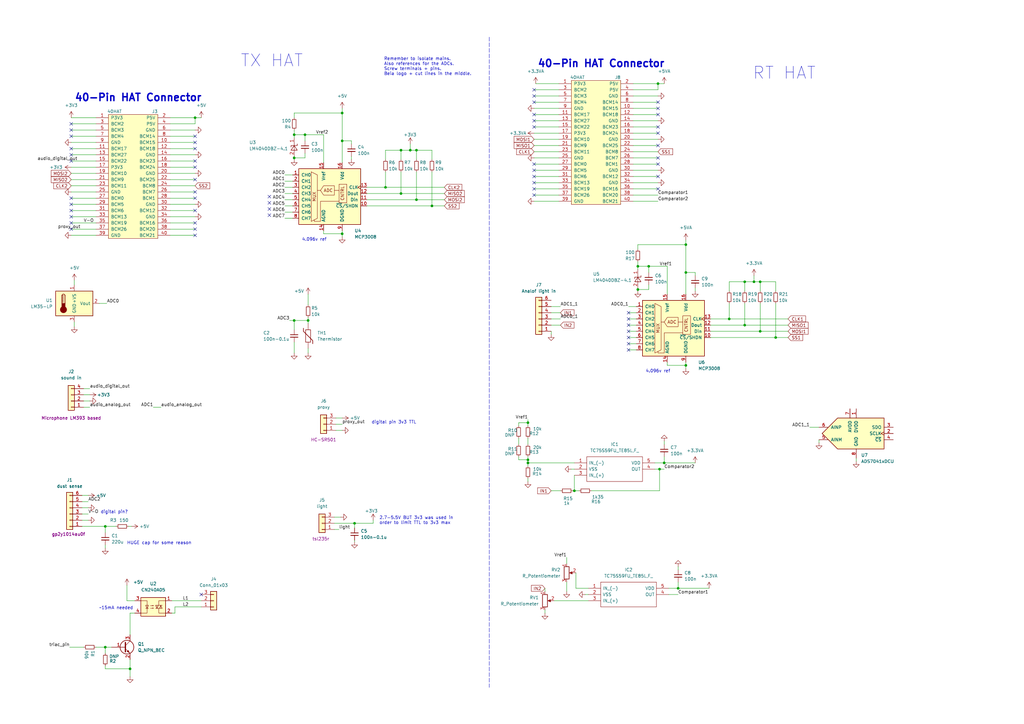
<source format=kicad_sch>
(kicad_sch (version 20211123) (generator eeschema)
  (paper "A3")
  (title_block (title "Raspberry Pi HAT") (rev "A"))
  (junction (at 140.335 46.355))
  (junction (at 261.62 109.22))
  (junction (at 164.465 61.595))
  (junction (at 53.34 274.32))
  (junction (at 140.335 95.885))
  (junction (at 270.51 192.405))
  (junction (at 305.435 115.57))
  (junction (at 216.535 189.865))
  (junction (at 120.65 64.77))
  (junction (at 120.65 131.445))
  (junction (at 318.135 138.43))
  (junction (at 305.435 133.35))
  (junction (at 266.065 109.22))
  (junction (at 299.085 130.81))
  (junction (at 170.815 61.595))
  (junction (at 216.535 173.355))
  (junction (at 281.305 111.76))
  (junction (at 269.875 34.29))
  (junction (at 140.335 57.785))
  (junction (at 278.13 241.3))
  (junction (at 43.18 215.9))
  (junction (at 272.415 189.865))
  (junction (at 126.365 131.445))
  (junction (at 177.165 84.455))
  (junction (at 80.01 48.26))
  (junction (at 235.585 201.295))
  (junction (at 281.305 100.33))
  (junction (at 168.275 61.595))
  (junction (at 120.65 55.245))
  (junction (at 216.535 188.595))
  (junction (at 145.415 214.63))
  (junction (at 311.785 135.89))
  (junction (at 158.115 76.835))
  (junction (at 43.18 265.43))
  (junction (at 164.465 79.375))
  (junction (at 281.305 149.86))
  (junction (at 125.095 55.245))
  (junction (at 311.785 115.57))
  (junction (at 309.245 115.57))
  (junction (at 170.815 81.915))
  (junction (at 261.62 118.745))
  (no_connect (at 219.075 80.01))
  (no_connect (at 29.21 50.8))
  (no_connect (at 269.875 64.77))
  (no_connect (at 219.075 39.37))
  (no_connect (at 219.075 49.53))
  (no_connect (at 29.21 55.88))
  (no_connect (at 269.875 72.39))
  (no_connect (at 269.875 77.47))
  (no_connect (at 80.01 86.36))
  (no_connect (at 269.875 41.91))
  (no_connect (at 29.21 91.44))
  (no_connect (at 110.49 80.645))
  (no_connect (at 110.49 83.185))
  (no_connect (at 110.49 88.265))
  (no_connect (at 110.49 85.725))
  (no_connect (at 219.075 72.39))
  (no_connect (at 82.55 243.84))
  (no_connect (at 29.21 88.9))
  (no_connect (at 80.01 66.04))
  (no_connect (at 257.81 128.27))
  (no_connect (at 219.075 67.31))
  (no_connect (at 219.075 69.85))
  (no_connect (at 80.01 55.88))
  (no_connect (at 269.875 59.69))
  (no_connect (at 269.875 46.99))
  (no_connect (at 219.075 77.47))
  (no_connect (at 29.21 66.04))
  (no_connect (at 257.81 140.97))
  (no_connect (at 80.01 60.96))
  (no_connect (at 219.075 46.99))
  (no_connect (at 29.21 60.96))
  (no_connect (at 257.81 130.81))
  (no_connect (at 269.875 44.45))
  (no_connect (at 80.01 58.42))
  (no_connect (at 80.01 81.28))
  (no_connect (at 257.81 138.43))
  (no_connect (at 80.01 73.66))
  (no_connect (at 219.075 41.91))
  (no_connect (at 29.21 86.36))
  (no_connect (at 29.21 63.5))
  (no_connect (at 29.21 93.98))
  (no_connect (at 269.875 54.61))
  (no_connect (at 269.875 67.31))
  (no_connect (at 269.875 52.07))
  (no_connect (at 257.81 143.51))
  (no_connect (at 29.21 83.82))
  (no_connect (at 219.075 36.83))
  (no_connect (at 219.075 52.07))
  (no_connect (at 80.01 93.98))
  (no_connect (at 257.81 133.35))
  (no_connect (at 257.81 135.89))
  (no_connect (at 29.21 53.34))
  (no_connect (at 219.075 74.93))
  (no_connect (at 80.01 96.52))
  (no_connect (at 29.21 81.28))
  (no_connect (at 80.01 68.58))
  (no_connect (at 80.01 78.74))
  (no_connect (at 80.01 91.44))
  (wire (pts (xy 311.785 115.57) (xy 318.135 115.57)))
  (wire (pts (xy 305.435 115.57) (xy 309.245 115.57)))
  (wire (pts (xy 53.34 251.46) (xy 55.245 251.46)))
  (wire (pts (xy 69.85 83.82) (xy 80.01 83.82)))
  (wire (pts (xy 309.245 113.03) (xy 309.245 115.57)))
  (wire (pts (xy 259.715 57.15) (xy 269.875 57.15)))
  (wire (pts (xy 71.755 248.92) (xy 82.55 248.92)))
  (wire (pts (xy 318.135 124.46) (xy 318.135 138.43)))
  (wire (pts (xy 285.115 118.11) (xy 285.115 119.38)))
  (wire (pts (xy 125.095 55.245) (xy 132.715 55.245)))
  (wire (pts (xy 29.21 88.9) (xy 39.37 88.9)))
  (wire (pts (xy 219.075 59.69) (xy 229.235 59.69)))
  (wire (pts (xy 272.415 189.865) (xy 285.115 189.865)))
  (wire (pts (xy 177.165 70.485) (xy 177.165 84.455)))
  (wire (pts (xy 259.715 54.61) (xy 269.875 54.61)))
  (wire (pts (xy 29.21 96.52) (xy 39.37 96.52)))
  (wire (pts (xy 291.465 138.43) (xy 318.135 138.43)))
  (wire (pts (xy 140.335 95.885) (xy 140.335 97.155)))
  (wire (pts (xy 261.62 118.11) (xy 261.62 118.745)))
  (wire (pts (xy 116.84 74.295) (xy 120.015 74.295)))
  (wire (pts (xy 43.18 218.44) (xy 43.18 215.9)))
  (wire (pts (xy 36.195 205.74) (xy 33.655 205.74)))
  (wire (pts (xy 259.715 46.99) (xy 269.875 46.99)))
  (wire (pts (xy 170.815 70.485) (xy 170.815 81.915)))
  (wire (pts (xy 281.305 148.59) (xy 281.305 149.86)))
  (wire (pts (xy 259.715 82.55) (xy 269.875 82.55)))
  (wire (pts (xy 29.21 81.28) (xy 39.37 81.28)))
  (wire (pts (xy 257.81 128.27) (xy 260.985 128.27)))
  (wire (pts (xy 299.085 130.81) (xy 323.215 130.81)))
  (wire (pts (xy 272.415 189.865) (xy 272.415 187.325)))
  (wire (pts (xy 69.85 55.88) (xy 80.01 55.88)))
  (wire (pts (xy 36.83 167.005) (xy 34.29 167.005)))
  (wire (pts (xy 219.075 72.39) (xy 229.235 72.39)))
  (wire (pts (xy 36.195 210.82) (xy 33.655 210.82)))
  (wire (pts (xy 69.85 73.66) (xy 80.01 73.66)))
  (wire (pts (xy 116.84 81.915) (xy 120.015 81.915)))
  (wire (pts (xy 281.305 100.33) (xy 281.305 111.76)))
  (wire (pts (xy 259.715 64.77) (xy 269.875 64.77)))
  (wire (pts (xy 311.785 124.46) (xy 311.785 135.89)))
  (wire (pts (xy 219.075 36.83) (xy 229.235 36.83)))
  (wire (pts (xy 216.535 172.085) (xy 216.535 173.355)))
  (wire (pts (xy 140.335 176.53) (xy 137.795 176.53)))
  (wire (pts (xy 29.21 86.36) (xy 39.37 86.36)))
  (wire (pts (xy 53.34 251.46) (xy 53.34 260.35)))
  (wire (pts (xy 69.85 71.12) (xy 80.01 71.12)))
  (wire (pts (xy 257.81 125.73) (xy 260.985 125.73)))
  (wire (pts (xy 219.71 34.29) (xy 229.235 34.29)))
  (wire (pts (xy 69.85 88.9) (xy 80.01 88.9)))
  (wire (pts (xy 120.65 131.445) (xy 126.365 131.445)))
  (wire (pts (xy 116.84 86.995) (xy 120.015 86.995)))
  (wire (pts (xy 234.95 201.295) (xy 235.585 201.295)))
  (wire (pts (xy 33.655 215.9) (xy 43.18 215.9)))
  (wire (pts (xy 261.62 118.745) (xy 261.62 119.38)))
  (wire (pts (xy 212.725 179.705) (xy 212.725 182.245)))
  (wire (pts (xy 268.605 189.865) (xy 272.415 189.865)))
  (wire (pts (xy 43.18 223.52) (xy 43.18 224.79)))
  (wire (pts (xy 269.875 34.29) (xy 269.875 36.83)))
  (wire (pts (xy 29.21 93.98) (xy 39.37 93.98)))
  (wire (pts (xy 318.135 138.43) (xy 323.215 138.43)))
  (wire (pts (xy 305.435 133.35) (xy 323.215 133.35)))
  (wire (pts (xy 140.335 57.785) (xy 144.145 57.785)))
  (wire (pts (xy 158.115 61.595) (xy 158.115 65.405)))
  (wire (pts (xy 223.52 250.19) (xy 223.52 251.46)))
  (wire (pts (xy 311.785 115.57) (xy 311.785 119.38)))
  (wire (pts (xy 309.245 115.57) (xy 311.785 115.57)))
  (wire (pts (xy 52.07 240.03) (xy 52.07 246.38)))
  (wire (pts (xy 226.06 201.295) (xy 229.87 201.295)))
  (wire (pts (xy 235.585 192.405) (xy 234.315 192.405)))
  (wire (pts (xy 125.095 62.865) (xy 125.095 64.77)))
  (wire (pts (xy 219.075 64.77) (xy 229.235 64.77)))
  (wire (pts (xy 299.085 124.46) (xy 299.085 130.81)))
  (wire (pts (xy 261.62 109.22) (xy 261.62 107.315)))
  (wire (pts (xy 270.51 192.405) (xy 272.415 192.405)))
  (wire (pts (xy 36.195 203.2) (xy 33.655 203.2)))
  (wire (pts (xy 36.83 164.465) (xy 34.29 164.465)))
  (wire (pts (xy 219.075 67.31) (xy 229.235 67.31)))
  (wire (pts (xy 281.305 111.76) (xy 281.305 120.65)))
  (wire (pts (xy 259.715 52.07) (xy 269.875 52.07)))
  (wire (pts (xy 137.16 214.63) (xy 145.415 214.63)))
  (wire (pts (xy 120.65 64.135) (xy 120.65 64.77)))
  (wire (pts (xy 259.715 34.29) (xy 269.875 34.29)))
  (wire (pts (xy 126.365 130.175) (xy 126.365 131.445)))
  (wire (pts (xy 139.7 212.09) (xy 137.16 212.09)))
  (wire (pts (xy 216.535 188.595) (xy 216.535 189.865)))
  (wire (pts (xy 216.535 189.865) (xy 216.535 191.135)))
  (wire (pts (xy 219.075 82.55) (xy 229.235 82.55)))
  (wire (pts (xy 43.815 124.46) (xy 40.64 124.46)))
  (wire (pts (xy 120.65 46.355) (xy 140.335 46.355)))
  (wire (pts (xy 71.755 251.46) (xy 71.755 248.92)))
  (wire (pts (xy 278.13 233.68) (xy 278.13 232.41)))
  (wire (pts (xy 259.715 74.93) (xy 269.875 74.93)))
  (wire (pts (xy 145.415 216.535) (xy 145.415 214.63)))
  (wire (pts (xy 62.865 167.005) (xy 66.04 167.005)))
  (wire (pts (xy 259.715 77.47) (xy 269.875 77.47)))
  (wire (pts (xy 274.32 241.3) (xy 278.13 241.3)))
  (wire (pts (xy 242.57 201.295) (xy 270.51 201.295)))
  (wire (pts (xy 266.065 109.22) (xy 266.065 111.76)))
  (wire (pts (xy 274.32 243.84) (xy 278.13 243.84)))
  (wire (pts (xy 36.195 208.28) (xy 33.655 208.28)))
  (wire (pts (xy 29.21 73.66) (xy 39.37 73.66)))
  (wire (pts (xy 216.535 187.325) (xy 216.535 188.595)))
  (wire (pts (xy 261.62 109.22) (xy 266.065 109.22)))
  (wire (pts (xy 270.51 201.295) (xy 270.51 192.405)))
  (wire (pts (xy 259.715 80.01) (xy 269.875 80.01)))
  (polyline (pts (xy 200.66 15.24) (xy 200.66 281.94)))
  (wire (pts (xy 311.785 135.89) (xy 323.215 135.89)))
  (wire (pts (xy 272.415 34.29) (xy 269.875 34.29)))
  (wire (pts (xy 140.335 94.615) (xy 140.335 95.885)))
  (wire (pts (xy 69.85 66.04) (xy 80.01 66.04)))
  (wire (pts (xy 43.18 215.9) (xy 47.625 215.9)))
  (wire (pts (xy 219.075 46.99) (xy 229.235 46.99)))
  (wire (pts (xy 158.115 61.595) (xy 164.465 61.595)))
  (wire (pts (xy 216.535 196.215) (xy 216.535 197.485)))
  (wire (pts (xy 69.85 81.28) (xy 80.01 81.28)))
  (wire (pts (xy 29.21 60.96) (xy 39.37 60.96)))
  (wire (pts (xy 266.065 116.84) (xy 266.065 118.745)))
  (wire (pts (xy 116.84 89.535) (xy 120.015 89.535)))
  (wire (pts (xy 150.495 79.375) (xy 164.465 79.375)))
  (wire (pts (xy 219.075 54.61) (xy 229.235 54.61)))
  (wire (pts (xy 216.535 173.355) (xy 216.535 174.625)))
  (wire (pts (xy 29.21 53.34) (xy 39.37 53.34)))
  (wire (pts (xy 53.34 270.51) (xy 53.34 274.32)))
  (wire (pts (xy 219.075 52.07) (xy 229.235 52.07)))
  (wire (pts (xy 268.605 192.405) (xy 270.51 192.405)))
  (wire (pts (xy 140.335 57.785) (xy 140.335 66.675)))
  (wire (pts (xy 116.84 76.835) (xy 120.015 76.835)))
  (wire (pts (xy 226.06 133.35) (xy 229.87 133.35)))
  (wire (pts (xy 281.305 149.86) (xy 281.305 151.13)))
  (wire (pts (xy 219.075 62.23) (xy 229.235 62.23)))
  (wire (pts (xy 236.22 234.95) (xy 236.22 241.3)))
  (wire (pts (xy 150.495 81.915) (xy 170.815 81.915)))
  (wire (pts (xy 69.85 78.74) (xy 80.01 78.74)))
  (wire (pts (xy 281.305 98.425) (xy 281.305 100.33)))
  (wire (pts (xy 259.715 59.69) (xy 269.875 59.69)))
  (wire (pts (xy 212.725 173.355) (xy 212.725 174.625)))
  (wire (pts (xy 29.21 66.04) (xy 39.37 66.04)))
  (wire (pts (xy 259.715 67.31) (xy 269.875 67.31)))
  (wire (pts (xy 216.535 179.705) (xy 216.535 182.245)))
  (wire (pts (xy 29.21 83.82) (xy 39.37 83.82)))
  (wire (pts (xy 53.34 274.32) (xy 53.34 277.495)))
  (wire (pts (xy 69.85 91.44) (xy 80.01 91.44)))
  (wire (pts (xy 259.715 62.23) (xy 269.875 62.23)))
  (wire (pts (xy 226.06 125.73) (xy 229.87 125.73)))
  (wire (pts (xy 219.075 49.53) (xy 229.235 49.53)))
  (wire (pts (xy 120.65 55.245) (xy 120.65 53.34)))
  (wire (pts (xy 126.365 131.445) (xy 126.365 132.715)))
  (wire (pts (xy 36.83 161.925) (xy 34.29 161.925)))
  (wire (pts (xy 29.21 58.42) (xy 39.37 58.42)))
  (wire (pts (xy 335.915 180.34) (xy 335.915 181.61)))
  (wire (pts (xy 116.84 84.455) (xy 120.015 84.455)))
  (wire (pts (xy 43.18 274.32) (xy 53.34 274.32)))
  (wire (pts (xy 226.06 130.81) (xy 229.87 130.81)))
  (wire (pts (xy 30.48 132.08) (xy 30.48 133.985)))
  (wire (pts (xy 153.035 213.36) (xy 153.035 214.63)))
  (wire (pts (xy 70.485 246.38) (xy 82.55 246.38)))
  (wire (pts (xy 120.65 64.77) (xy 125.095 64.77)))
  (wire (pts (xy 259.715 36.83) (xy 269.875 36.83)))
  (wire (pts (xy 236.22 241.3) (xy 241.3 241.3)))
  (wire (pts (xy 177.165 84.455) (xy 182.245 84.455)))
  (wire (pts (xy 170.815 61.595) (xy 177.165 61.595)))
  (wire (pts (xy 144.145 57.785) (xy 144.145 59.055)))
  (wire (pts (xy 257.81 143.51) (xy 260.985 143.51)))
  (wire (pts (xy 257.81 135.89) (xy 260.985 135.89)))
  (wire (pts (xy 318.135 115.57) (xy 318.135 119.38)))
  (wire (pts (xy 29.21 68.58) (xy 39.37 68.58)))
  (wire (pts (xy 132.715 66.675) (xy 132.715 55.245)))
  (wire (pts (xy 212.725 188.595) (xy 216.535 188.595)))
  (wire (pts (xy 219.075 69.85) (xy 229.235 69.85)))
  (wire (pts (xy 257.81 140.97) (xy 260.985 140.97)))
  (wire (pts (xy 272.415 182.245) (xy 272.415 180.975)))
  (wire (pts (xy 158.115 76.835) (xy 182.245 76.835)))
  (wire (pts (xy 144.145 64.135) (xy 144.145 65.405)))
  (wire (pts (xy 116.84 79.375) (xy 120.015 79.375)))
  (wire (pts (xy 305.435 115.57) (xy 305.435 119.38)))
  (wire (pts (xy 150.495 76.835) (xy 158.115 76.835)))
  (wire (pts (xy 132.715 95.885) (xy 132.715 94.615)))
  (wire (pts (xy 219.075 39.37) (xy 229.235 39.37)))
  (wire (pts (xy 261.62 102.235) (xy 261.62 100.33)))
  (wire (pts (xy 29.21 78.74) (xy 39.37 78.74)))
  (wire (pts (xy 125.095 55.245) (xy 125.095 57.785)))
  (wire (pts (xy 285.115 111.76) (xy 285.115 113.03)))
  (wire (pts (xy 291.465 135.89) (xy 311.785 135.89)))
  (wire (pts (xy 69.85 96.52) (xy 80.01 96.52)))
  (wire (pts (xy 291.465 133.35) (xy 305.435 133.35)))
  (wire (pts (xy 52.07 246.38) (xy 55.245 246.38)))
  (wire (pts (xy 140.335 95.885) (xy 132.715 95.885)))
  (wire (pts (xy 52.705 215.9) (xy 53.975 215.9)))
  (wire (pts (xy 80.01 48.26) (xy 80.01 50.8)))
  (wire (pts (xy 29.21 50.8) (xy 39.37 50.8)))
  (wire (pts (xy 116.84 71.755) (xy 120.015 71.755)))
  (wire (pts (xy 219.075 80.01) (xy 229.235 80.01)))
  (wire (pts (xy 219.075 57.15) (xy 229.235 57.15)))
  (wire (pts (xy 170.815 81.915) (xy 182.245 81.915)))
  (wire (pts (xy 259.715 41.91) (xy 269.875 41.91)))
  (wire (pts (xy 177.165 61.595) (xy 177.165 65.405)))
  (wire (pts (xy 140.335 46.355) (xy 140.335 57.785)))
  (wire (pts (xy 212.725 187.325) (xy 212.725 188.595)))
  (wire (pts (xy 120.65 64.77) (xy 120.65 65.405)))
  (wire (pts (xy 227.33 246.38) (xy 241.3 246.38)))
  (wire (pts (xy 120.65 56.515) (xy 120.65 55.245)))
  (wire (pts (xy 145.415 221.615) (xy 145.415 222.25)))
  (wire (pts (xy 120.65 48.26) (xy 120.65 46.355)))
  (wire (pts (xy 273.685 149.86) (xy 273.685 148.59)))
  (wire (pts (xy 140.335 44.45) (xy 140.335 46.355)))
  (wire (pts (xy 120.65 131.445) (xy 120.65 135.255)))
  (wire (pts (xy 69.85 50.8) (xy 80.01 50.8)))
  (wire (pts (xy 278.13 241.3) (xy 290.83 241.3)))
  (wire (pts (xy 69.85 68.58) (xy 80.01 68.58)))
  (wire (pts (xy 69.85 60.96) (xy 80.01 60.96)))
  (wire (pts (xy 120.65 140.335) (xy 120.65 144.78)))
  (wire (pts (xy 259.715 44.45) (xy 269.875 44.45)))
  (wire (pts (xy 36.83 159.385) (xy 34.29 159.385)))
  (wire (pts (xy 168.275 61.595) (xy 170.815 61.595)))
  (wire (pts (xy 235.585 201.295) (xy 237.49 201.295)))
  (wire (pts (xy 150.495 84.455) (xy 177.165 84.455)))
  (wire (pts (xy 232.41 228.6) (xy 232.41 231.14)))
  (wire (pts (xy 69.85 86.36) (xy 80.01 86.36)))
  (wire (pts (xy 259.715 49.53) (xy 269.875 49.53)))
  (wire (pts (xy 299.085 115.57) (xy 299.085 119.38)))
  (wire (pts (xy 164.465 61.595) (xy 168.275 61.595)))
  (wire (pts (xy 219.075 77.47) (xy 229.235 77.47)))
  (wire (pts (xy 43.18 265.43) (xy 43.18 267.97)))
  (wire (pts (xy 257.81 130.81) (xy 260.985 130.81)))
  (wire (pts (xy 261.62 100.33) (xy 281.305 100.33)))
  (wire (pts (xy 261.62 110.49) (xy 261.62 109.22)))
  (wire (pts (xy 219.075 41.91) (xy 229.235 41.91)))
  (wire (pts (xy 335.915 175.26) (xy 332.105 175.26)))
  (wire (pts (xy 259.715 69.85) (xy 269.875 69.85)))
  (wire (pts (xy 69.85 76.2) (xy 80.01 76.2)))
  (wire (pts (xy 69.85 63.5) (xy 80.01 63.5)))
  (wire (pts (xy 69.85 53.34) (xy 80.01 53.34)))
  (wire (pts (xy 43.18 273.05) (xy 43.18 274.32)))
  (wire (pts (xy 273.685 120.65) (xy 273.685 109.22)))
  (wire (pts (xy 126.365 120.65) (xy 126.365 125.095)))
  (wire (pts (xy 120.65 55.245) (xy 125.095 55.245)))
  (wire (pts (xy 216.535 189.865) (xy 235.585 189.865)))
  (wire (pts (xy 82.55 48.26) (xy 80.01 48.26)))
  (wire (pts (xy 28.575 265.43) (xy 34.29 265.43)))
  (wire (pts (xy 278.13 241.3) (xy 278.13 238.76)))
  (wire (pts (xy 43.18 265.43) (xy 45.72 265.43)))
  (wire (pts (xy 259.715 72.39) (xy 269.875 72.39)))
  (wire (pts (xy 140.335 171.45) (xy 137.795 171.45)))
  (wire (pts (xy 29.21 76.2) (xy 39.37 76.2)))
  (wire (pts (xy 164.465 70.485) (xy 164.465 79.375)))
  (wire (pts (xy 30.48 114.935) (xy 30.48 116.84)))
  (wire (pts (xy 29.21 63.5) (xy 39.37 63.5)))
  (wire (pts (xy 226.06 135.89) (xy 226.06 137.16)))
  (wire (pts (xy 137.16 217.17) (xy 139.065 217.17)))
  (wire (pts (xy 36.195 213.36) (xy 33.655 213.36)))
  (wire (pts (xy 261.62 118.745) (xy 266.065 118.745)))
  (wire (pts (xy 223.52 241.3) (xy 223.52 242.57)))
  (wire (pts (xy 29.21 48.26) (xy 39.37 48.26)))
  (wire (pts (xy 226.06 128.27) (xy 229.87 128.27)))
  (wire (pts (xy 39.37 265.43) (xy 43.18 265.43)))
  (wire (pts (xy 140.335 173.99) (xy 137.795 173.99)))
  (wire (pts (xy 259.715 39.37) (xy 269.875 39.37)))
  (wire (pts (xy 145.415 214.63) (xy 153.035 214.63)))
  (wire (pts (xy 235.585 194.945) (xy 235.585 201.295)))
  (wire (pts (xy 232.41 238.76) (xy 232.41 242.57)))
  (wire (pts (xy 70.485 251.46) (xy 71.755 251.46)))
  (wire (pts (xy 158.115 70.485) (xy 158.115 76.835)))
  (wire (pts (xy 351.155 187.96) (xy 351.155 189.23)))
  (wire (pts (xy 241.3 243.84) (xy 240.03 243.84)))
  (wire (pts (xy 126.365 142.875) (xy 126.365 144.78)))
  (wire (pts (xy 118.745 131.445) (xy 120.65 131.445)))
  (wire (pts (xy 164.465 61.595) (xy 164.465 65.405)))
  (wire (pts (xy 219.075 74.93) (xy 229.235 74.93)))
  (wire (pts (xy 170.815 61.595) (xy 170.815 65.405)))
  (wire (pts (xy 29.21 91.44) (xy 39.37 91.44)))
  (wire (pts (xy 29.21 71.12) (xy 39.37 71.12)))
  (wire (pts (xy 305.435 124.46) (xy 305.435 133.35)))
  (wire (pts (xy 281.305 149.86) (xy 273.685 149.86)))
  (wire (pts (xy 216.535 173.355) (xy 212.725 173.355)))
  (wire (pts (xy 164.465 79.375) (xy 182.245 79.375)))
  (wire (pts (xy 291.465 130.81) (xy 299.085 130.81)))
  (wire (pts (xy 219.075 44.45) (xy 229.235 44.45)))
  (wire (pts (xy 168.275 59.055) (xy 168.275 61.595)))
  (wire (pts (xy 257.81 133.35) (xy 260.985 133.35)))
  (wire (pts (xy 281.305 111.76) (xy 285.115 111.76)))
  (wire (pts (xy 257.81 138.43) (xy 260.985 138.43)))
  (wire (pts (xy 266.065 109.22) (xy 273.685 109.22)))
  (wire (pts (xy 69.85 58.42) (xy 80.01 58.42)))
  (wire (pts (xy 69.85 48.26) (xy 80.01 48.26)))
  (wire (pts (xy 69.85 93.98) (xy 80.01 93.98)))
  (wire (pts (xy 29.21 55.88) (xy 39.37 55.88)))
  (wire (pts (xy 299.085 115.57) (xy 305.435 115.57)))
  (text "4.096v ref" (at 123.825 99.06 0) (effects (font (size 1.27 1.27)) (justify left bottom)))
  (text "HUGE cap for some reason" (at 52.07 223.52 0) (effects (font (size 1.27 1.27)) (justify left bottom)))
  (text "4.096v ref" (at 264.795 153.035 0) (effects (font (size 1.27 1.27)) (justify left bottom)))
  (text "Remember to isolate mains.\nAlso references for the ADCs.\nScrew terminals + pins.\nBeia logo + cut lines in the middle." (at 157.48 31.115 0) (effects (font (size 1.27 1.27)) (justify left bottom)))
  (text "40-Pin HAT Connector" (at 30.48 41.91 0) (effects (font (size 2.9972 2.9972) (thickness 0.5994) bold) (justify left bottom)))
  (text "~15mA needed" (at 40.64 250.19 0) (effects (font (size 1.27 1.27)) (justify left bottom)))
  (text "40-Pin HAT Connector" (at 220.345 27.94 0) (effects (font (size 2.9972 2.9972) (thickness 0.5994) bold) (justify left bottom)))
  (text "RT HAT" (at 308.61 33.02 0) (effects (font (size 5 5)) (justify left bottom)))
  (text "2.7-5.5V BUT 3v3 was used in\norder to limit TTL to 3v3 max" (at 155.575 215.265 0) (effects (font (size 1.27 1.27)) (justify left bottom)))
  (text "digital pin?" (at 41.275 210.82 0) (effects (font (size 1.27 1.27)) (justify left bottom)))
  (text "digital pin 3v3 TTL" (at 152.4 173.99 0) (effects (font (size 1.27 1.27)) (justify left bottom)))
  (text "TX HAT" (at 124.46 27.94 180) (effects (font (size 5 5)) (justify right bottom)))
  (label "ADC0_1" (at 257.81 125.73 180))
  (label "proxy_out" (at 33.02 93.98 180))
  (label "light" (at 139.065 217.17 0))
  (label "Comparator1" (at 269.875 80.01 0))
  (label "audio_analog_out" (at 36.83 167.005 0))
  (label "L1" (at 74.93 246.38 0))
  (label "ADC2" (at 36.195 205.74 0))
  (label "ADC3" (at 118.745 131.445 180))
  (label "Vref2" (at 129.54 55.245 0))
  (label "audio_digital_out" (at 36.83 159.385 0))
  (label "ADC0" (at 116.84 71.755 180))
  (label "ADC1_1" (at 332.105 175.26 180))
  (label "audio_digital_out" (at 31.75 66.04 180))
  (label "ADC4" (at 116.84 81.915 180))
  (label "proxy_out" (at 140.335 173.99 0))
  (label "triac_pin" (at 28.575 265.43 180))
  (label "ADC7" (at 116.84 89.535 180))
  (label "Vref1" (at 216.535 172.085 180))
  (label "ADC1" (at 116.84 74.295 180))
  (label "ADC3" (at 116.84 79.375 180))
  (label "ADC2" (at 116.84 76.835 180))
  (label "Vref1" (at 270.51 109.22 0))
  (label "ADC0_1" (at 229.87 130.81 0))
  (label "Vref1" (at 232.41 228.6 180))
  (label "Comparator1" (at 278.13 243.84 0))
  (label "ADC0" (at 43.815 124.46 0))
  (label "Comparator2" (at 272.415 192.405 0))
  (label "ADC1" (at 62.865 167.005 180))
  (label "Comparator2" (at 269.875 82.55 0))
  (label "V-O" (at 36.195 210.82 0))
  (label "L2" (at 74.93 248.92 0))
  (label "ADC6" (at 116.84 86.995 180))
  (label "ADC1_1" (at 229.87 125.73 0))
  (label "audio_analog_out" (at 66.04 167.005 0))
  (label "ADC5" (at 116.84 84.455 180))
  (label "V-O" (at 34.29 91.44 0))
  (global_label "CLK1" (shape input) (at 323.215 130.81 0) (property "Intersheet References" "${INTERSHEET_REFS}" (effects hide)))
  (global_label "MOSI1" (shape input) (at 219.075 57.15 180) (property "Intersheet References" "${INTERSHEET_REFS}" (effects hide)))
  (global_label "IN2" (shape input) (at 223.52 241.3 180) (property "Intersheet References" "${INTERSHEET_REFS}" (effects hide)))
  (global_label "MISO2" (shape input) (at 29.21 73.66 180) (property "Intersheet References" "${INTERSHEET_REFS}" (effects hide)))
  (global_label "MOSI2" (shape input) (at 182.245 81.915 0) (property "Intersheet References" "${INTERSHEET_REFS}" (effects hide)))
  (global_label "SS2" (shape input) (at 80.01 76.2 0) (property "Intersheet References" "${INTERSHEET_REFS}" (effects hide)))
  (global_label "CLK2" (shape input) (at 182.245 76.835 0) (property "Intersheet References" "${INTERSHEET_REFS}" (effects hide)))
  (global_label "IN2" (shape input) (at 229.87 133.35 0) (property "Intersheet References" "${INTERSHEET_REFS}" (effects hide)))
  (global_label "MOSI1" (shape input) (at 323.215 135.89 0) (property "Intersheet References" "${INTERSHEET_REFS}" (effects hide)))
  (global_label "MISO2" (shape input) (at 182.245 79.375 0) (property "Intersheet References" "${INTERSHEET_REFS}" (effects hide)))
  (global_label "MISO1" (shape input) (at 323.215 133.35 0) (property "Intersheet References" "${INTERSHEET_REFS}" (effects hide)))
  (global_label "SS1" (shape input) (at 269.875 62.23 0) (property "Intersheet References" "${INTERSHEET_REFS}" (effects hide)))
  (global_label "IN1" (shape input) (at 229.87 128.27 0) (property "Intersheet References" "${INTERSHEET_REFS}" (effects hide)))
  (global_label "IN1" (shape input) (at 226.06 201.295 180) (property "Intersheet References" "${INTERSHEET_REFS}" (effects hide)))
  (global_label "CLK1" (shape input) (at 219.075 62.23 180) (property "Intersheet References" "${INTERSHEET_REFS}" (effects hide)))
  (global_label "SS2" (shape input) (at 182.245 84.455 0) (property "Intersheet References" "${INTERSHEET_REFS}" (effects hide)))
  (global_label "MOSI2" (shape input) (at 29.21 71.12 180) (property "Intersheet References" "${INTERSHEET_REFS}" (effects hide)))
  (global_label "CLK2" (shape input) (at 29.21 76.2 180) (property "Intersheet References" "${INTERSHEET_REFS}" (effects hide)))
  (global_label "SS1" (shape input) (at 323.215 138.43 0) (property "Intersheet References" "${INTERSHEET_REFS}" (effects hide)))
  (global_label "MISO1" (shape input) (at 219.075 59.69 180) (property "Intersheet References" "${INTERSHEET_REFS}" (effects hide)))
  (symbol (lib_id "raspberrypi_hat:OX40HAT") (at 244.475 34.29 0) (unit 1)
    (property "Reference" "J8" (at 253.365 31.75 0))
    (property "Value" "40HAT" (at 236.855 31.75 0))
    (property "Footprint" "Connector_PinSocket_2.54mm:PinSocket_2x20_P2.54mm_Vertical" (effects hide))
  )
  (symbol (lib_id "power:+3.3VA") (at 219.075 54.61 90) (unit 1)
    (property "Reference" "#PWR0107" (effects hide))
    (property "Value" "+3.3VA" (at 208.915 54.61 90) (effects (justify right)))
  )
  (symbol (lib_id "power:GND") (at 281.305 151.13 0) (unit 1)
    (property "Reference" "#PWR057" (effects hide))
    (property "Value" "GND" (effects hide))
  )
  (symbol (lib_id "Device:R_Small") (at 318.135 121.92 0) (unit 1)
    (property "Reference" "R21" (at 319.405 120.65 0) (effects (justify left)))
    (property "Value" "10k" (at 319.405 123.19 0) (effects (justify left)))
    (property "Footprint" "Resistor_SMD:R_0805_2012Metric" (effects hide))
  )
  (symbol (lib_id "power:GND") (at 53.34 277.495 0) (unit 1)
    (property "Reference" "#PWR015" (effects hide))
    (property "Value" "GND" (effects hide))
  )
  (symbol (lib_id "Device:R_Small") (at 216.535 193.675 180) (unit 1)
    (property "Reference" "R14" (at 222.25 194.31 0) (effects (justify left)))
    (property "Value" "10k" (at 222.25 192.405 0) (effects (justify left)))
    (property "Footprint" "Resistor_SMD:R_0805_2012Metric" (effects hide))
  )
  (symbol (lib_id "Device:R_Small") (at 164.465 67.945 0) (unit 1)
    (property "Reference" "R7" (at 165.735 66.675 0) (effects (justify left)))
    (property "Value" "10k" (at 165.735 69.215 0) (effects (justify left)))
    (property "Footprint" "Resistor_SMD:R_0805_2012Metric" (effects hide))
  )
  (symbol (lib_id "power:GND") (at 269.875 57.15 90) (unit 1)
    (property "Reference" "#PWR050" (effects hide))
    (property "Value" "GND" (effects hide))
  )
  (symbol (lib_id "raspberrypi_hat:OX40HAT") (at 54.61 48.26 0) (unit 1)
    (property "Reference" "J3" (at 63.5 45.72 0))
    (property "Value" "40HAT" (at 46.99 45.72 0))
    (property "Footprint" "Connector_PinSocket_2.54mm:PinSocket_2x20_P2.54mm_Vertical" (effects hide))
  )
  (symbol (lib_id "Connector_Generic:Conn_01x06") (at 220.98 130.81 180) (unit 1)
    (property "Reference" "J7" (at 220.98 116.84 0))
    (property "Value" "Analof light in" (at 220.98 119.38 0))
    (property "Footprint" "Connector_PinHeader_2.54mm:PinHeader_1x06_P2.54mm_Vertical" (effects hide))
  )
  (symbol (lib_id "power:GND") (at 219.075 82.55 270) (unit 1)
    (property "Reference" "#PWR041" (effects hide))
    (property "Value" "GND" (effects hide))
  )
  (symbol (lib_id "Device:R_Small") (at 232.41 201.295 90) (unit 1)
    (property "Reference" "R15" (at 234.95 204.47 90) (effects (justify left)))
    (property "Value" "1k" (at 233.68 206.375 90) (effects (justify left)))
    (property "Footprint" "Resistor_SMD:R_0805_2012Metric" (effects hide))
  )
  (symbol (lib_id "power:+3V3") (at 36.83 161.925 270) (unit 1)
    (property "Reference" "#PWR011" (effects hide))
    (property "Value" "+3V3" (at 45.085 161.925 90) (effects (justify right)))
  )
  (symbol (lib_id "power:+3V3") (at 153.035 213.36 0) (unit 1)
    (property "Reference" "#PWR034" (effects hide))
    (property "Value" "+3V3" (at 154.94 209.55 0) (effects (justify right)))
  )
  (symbol (lib_id "power:GND") (at 240.03 243.84 270) (unit 1)
    (property "Reference" "#PWR046" (effects hide))
    (property "Value" "GND" (effects hide))
  )
  (symbol (lib_id "power:GND") (at 226.06 137.16 0) (unit 1)
    (property "Reference" "#PWR043" (effects hide))
    (property "Value" "GND" (effects hide))
  )
  (symbol (lib_id "power:GND") (at 120.65 144.78 0) (unit 1)
    (property "Reference" "#PWR024" (effects hide))
    (property "Value" "GND" (effects hide))
  )
  (symbol (lib_id "Analog_ADC:MCP3008") (at 276.225 133.35 0) (unit 1)
    (property "Reference" "U6" (at 286.385 148.59 0) (effects (justify left)))
    (property "Value" "MCP3008" (at 286.385 151.13 0) (effects (justify left)))
    (property "Footprint" "Package_SO:SOIC-16_3.9x9.9mm_P1.27mm" (effects hide))
    (property "Datasheet" "http://ww1.microchip.com/downloads/en/DeviceDoc/21295d.pdf" (effects hide))
  )
  (symbol (lib_id "Device:R_Small") (at 216.535 177.165 180) (unit 1)
    (property "Reference" "R12" (at 220.98 177.8 0) (effects (justify left)))
    (property "Value" "10k" (at 222.25 175.895 0) (effects (justify left)))
    (property "Footprint" "Resistor_SMD:R_0805_2012Metric" (effects hide))
  )
  (symbol (lib_id "power:+5V") (at 53.975 215.9 270) (unit 1)
    (property "Reference" "#PWR016" (effects hide))
    (property "Value" "+5V" (at 57.15 215.8999 90) (effects (justify left)))
  )
  (symbol (lib_id "Device:R_Small") (at 50.165 215.9 270) (unit 1)
    (property "Reference" "R3" (at 45.085 213.36 90) (effects (justify left)))
    (property "Value" "150" (at 48.895 213.36 90) (effects (justify left)))
    (property "Footprint" "Resistor_SMD:R_0805_2012Metric" (effects hide))
  )
  (symbol (lib_id "Connector_Generic:Conn_01x03") (at 87.63 246.38 0) (mirror x) (unit 1)
    (property "Reference" "J4" (at 87.63 237.49 0))
    (property "Value" "Conn_01x03" (at 87.63 240.03 0))
    (property "Footprint" "TerminalBlock:TerminalBlock_Altech_AK300-3_P5.00mm" (effects hide))
  )
  (symbol (lib_id "power:GND") (at 36.195 213.36 90) (unit 1)
    (property "Reference" "#PWR010" (effects hide))
    (property "Value" "GND" (effects hide))
  )
  (symbol (lib_id "power:+3.3VA") (at 285.115 189.865 0) (unit 1)
    (property "Reference" "#PWR0101" (effects hide))
    (property "Value" "+3.3VA" (at 285.115 184.785 0))
  )
  (symbol (lib_id "power:+5V") (at 126.365 120.65 0) (unit 1)
    (property "Reference" "#PWR025" (effects hide))
    (property "Value" "+5V" (at 120.65 119.38 0) (effects (justify left)))
  )
  (symbol (lib_id "Device:C_Small") (at 278.13 236.22 0) (unit 1)
    (property "Reference" "C8" (at 280.67 234.9562 0) (effects (justify left)))
    (property "Value" "100n" (at 280.67 237.4962 0) (effects (justify left)))
    (property "Footprint" "Capacitor_SMD:C_0805_2012Metric" (effects hide))
  )
  (symbol (lib_id "Device:Thermistor") (at 126.365 137.795 0) (unit 1)
    (property "Reference" "TH1" (at 130.175 136.5249 0) (effects (justify left)))
    (property "Value" "Thermistor" (at 130.175 139.0649 0) (effects (justify left)))
    (property "Footprint" "Connector_PinHeader_2.54mm:PinHeader_1x02_P2.54mm_Vertical" (effects hide))
  )
  (symbol (lib_id "power:+3.3VA") (at 219.71 34.29 0) (unit 1)
    (property "Reference" "#PWR0106" (effects hide))
    (property "Value" "+3.3VA" (at 219.71 29.21 0))
  )
  (symbol (lib_id "power:GND") (at 269.875 39.37 90) (unit 1)
    (property "Reference" "#PWR048" (effects hide))
    (property "Value" "GND" (effects hide))
  )
  (symbol (lib_id "power:GND") (at 234.315 192.405 270) (unit 1)
    (property "Reference" "#PWR045" (effects hide))
    (property "Value" "GND" (effects hide))
  )
  (symbol (lib_id "Device:R_Small") (at 36.83 265.43 270) (unit 1)
    (property "Reference" "R1" (at 38.1 266.7 0) (effects (justify left)))
    (property "Value" "90k" (at 35.56 266.7 0) (effects (justify left)))
    (property "Footprint" "Resistor_SMD:R_0805_2012Metric" (effects hide))
  )
  (symbol (lib_id "Device:R_Small") (at 170.815 67.945 0) (unit 1)
    (property "Reference" "R8" (at 172.085 66.675 0) (effects (justify left)))
    (property "Value" "10k" (at 172.085 69.215 0) (effects (justify left)))
    (property "Footprint" "Resistor_SMD:R_0805_2012Metric" (effects hide))
  )
  (symbol (lib_id "power:+3V3") (at 29.21 68.58 90) (unit 1)
    (property "Reference" "#PWR03" (effects hide))
    (property "Value" "+3V3" (at 20.32 68.58 90) (effects (justify right)))
  )
  (symbol (lib_id "power:GND") (at 29.21 78.74 270) (unit 1)
    (property "Reference" "#PWR04" (effects hide))
    (property "Value" "GND" (effects hide))
  )
  (symbol (lib_id "power:GND") (at 261.62 119.38 0) (unit 1)
    (property "Reference" "#PWR047" (effects hide))
    (property "Value" "GND" (effects hide))
  )
  (symbol (lib_id "Device:R_Potentiometer") (at 232.41 234.95 0) (unit 1)
    (property "Reference" "RV2" (at 229.87 233.6799 0) (effects (justify right)))
    (property "Value" "R_Potentiometer" (at 229.87 236.2199 0) (effects (justify right)))
    (property "Footprint" "Potentiometer_THT:Potentiometer_Piher_PT-6-V_Vertical" (effects hide))
  )
  (symbol (lib_id "power:+5VA") (at 281.305 98.425 0) (unit 1)
    (property "Reference" "#PWR0102" (effects hide))
    (property "Value" "+5VA" (at 281.305 93.345 0))
  )
  (symbol (lib_id "Reference_Voltage:LM4040DBZ-4.1") (at 261.62 114.3 270) (mirror x) (unit 1)
    (property "Reference" "U5" (at 243.205 112.395 90) (effects (justify left)))
    (property "Value" "LM4040DBZ-4.1" (at 243.205 114.935 90) (effects (justify left)))
    (property "Footprint" "Package_TO_SOT_SMD:SOT-23" (effects hide))
    (property "Datasheet" "http://www.ti.com/lit/ds/symlink/lm4040-n.pdf" (effects hide))
  )
  (symbol (lib_id "Device:C_Small") (at 144.145 61.595 0) (unit 1)
    (property "Reference" "C4" (at 146.685 60.3312 0) (effects (justify left)))
    (property "Value" "100n" (at 146.685 62.8712 0) (effects (justify left)))
    (property "Footprint" "Capacitor_SMD:C_0805_2012Metric" (effects hide))
  )
  (symbol (lib_id "Device:C_Small") (at 120.65 137.795 0) (unit 1)
    (property "Reference" "C2" (at 107.95 136.525 0) (effects (justify left)))
    (property "Value" "100n-0.1u" (at 107.95 139.065 0) (effects (justify left)))
    (property "Footprint" "Capacitor_SMD:C_0805_2012Metric" (effects hide))
  )
  (symbol (lib_id "power:+5V") (at 36.195 203.2 270) (unit 1)
    (property "Reference" "#PWR08" (effects hide))
    (property "Value" "+5V" (at 39.37 203.1999 90) (effects (justify left)))
  )
  (symbol (lib_id "power:GND") (at 219.075 44.45 270) (unit 1)
    (property "Reference" "#PWR038" (effects hide))
    (property "Value" "GND" (effects hide))
  )
  (symbol (lib_id "power:GND") (at 36.195 208.28 90) (unit 1)
    (property "Reference" "#PWR09" (effects hide))
    (property "Value" "GND" (effects hide))
  )
  (symbol (lib_id "Connector_Generic:Conn_01x03") (at 132.715 173.99 180) (unit 1)
    (property "Reference" "J6" (at 132.715 164.465 0))
    (property "Value" "proxy" (at 132.715 167.005 0))
    (property "Footprint" "Connector_PinHeader_2.54mm:PinHeader_1x03_P2.54mm_Vertical" (effects hide))
    (property "Datasheet" "https://lastminuteengineers.com/pir-sensor-arduino-tutorial/" (effects hide))
    (property "note" "HC-SR501" (at 132.715 180.34 0))
  )
  (symbol (lib_id "Reference_Voltage:LM4040DBZ-4.1") (at 120.65 60.325 270) (mirror x) (unit 1)
    (property "Reference" "U3" (at 102.235 58.42 90) (effects (justify left)))
    (property "Value" "LM4040DBZ-4.1" (at 102.235 60.96 90) (effects (justify left)))
    (property "Footprint" "Package_TO_SOT_SMD:SOT-23" (effects hide))
    (property "Datasheet" "http://www.ti.com/lit/ds/symlink/lm4040-n.pdf" (effects hide))
  )
  (symbol (lib_id "Analog_ADC:MCP3008") (at 135.255 79.375 0) (unit 1)
    (property "Reference" "U4" (at 145.415 94.615 0) (effects (justify left)))
    (property "Value" "MCP3008" (at 145.415 97.155 0) (effects (justify left)))
    (property "Footprint" "Package_SO:SOIC-16_3.9x9.9mm_P1.27mm" (effects hide))
    (property "Datasheet" "http://ww1.microchip.com/downloads/en/DeviceDoc/21295d.pdf" (effects hide))
  )
  (symbol (lib_id "power:GND") (at 36.83 164.465 90) (unit 1)
    (property "Reference" "#PWR012" (effects hide))
    (property "Value" "GND" (effects hide))
  )
  (symbol (lib_id "power:GND") (at 80.01 63.5 90) (unit 1)
    (property "Reference" "#PWR018" (effects hide))
    (property "Value" "GND" (effects hide))
  )
  (symbol (lib_id "power:GND") (at 139.7 212.09 90) (unit 1)
    (property "Reference" "#PWR027" (effects hide))
    (property "Value" "GND" (effects hide))
  )
  (symbol (lib_id "Device:C_Small") (at 125.095 60.325 0) (unit 1)
    (property "Reference" "C3" (at 127.635 59.0612 0) (effects (justify left)))
    (property "Value" "100n" (at 127.635 61.6012 0) (effects (justify left)))
    (property "Footprint" "Capacitor_SMD:C_0805_2012Metric" (effects hide))
  )
  (symbol (lib_id "power:GND") (at 272.415 180.975 180) (unit 1)
    (property "Reference" "#PWR054" (effects hide))
    (property "Value" "GND" (effects hide))
  )
  (symbol (lib_id "power:+5V") (at 30.48 114.935 0) (unit 1)
    (property "Reference" "#PWR06" (effects hide))
    (property "Value" "+5V" (at 30.48 109.855 0))
  )
  (symbol (lib_id "Device:R_Small") (at 177.165 67.945 0) (unit 1)
    (property "Reference" "R9" (at 178.435 66.675 0) (effects (justify left)))
    (property "Value" "10k" (at 178.435 69.215 0) (effects (justify left)))
    (property "Footprint" "Resistor_SMD:R_0805_2012Metric" (effects hide))
  )
  (symbol (lib_id "Connector_Generic:Conn_01x04") (at 29.21 164.465 180) (unit 1)
    (property "Reference" "J2" (at 29.21 152.4 0))
    (property "Value" "sound in" (at 29.21 154.94 0))
    (property "Footprint" "Connector_PinHeader_2.54mm:PinHeader_1x04_P2.54mm_Vertical" (effects hide))
    (property "Datasheet" "https://components101.com/modules/lm393-sound-detection-sensor-module" (effects hide))
    (property "notes" "Microphone LM393 based" (at 29.21 171.45 0))
  )
  (symbol (lib_id "power:GND") (at 223.52 251.46 0) (unit 1)
    (property "Reference" "#PWR042" (effects hide))
    (property "Value" "GND" (effects hide))
  )
  (symbol (lib_id "Device:R_Small") (at 126.365 127.635 0) (unit 1)
    (property "Reference" "R5" (at 127.635 126.365 0) (effects (justify left)))
    (property "Value" "10k" (at 127.635 128.905 0) (effects (justify left)))
    (property "Footprint" "Resistor_SMD:R_0805_2012Metric" (effects hide))
  )
  (symbol (lib_id "Device:R_Small") (at 305.435 121.92 0) (unit 1)
    (property "Reference" "R19" (at 306.705 120.65 0) (effects (justify left)))
    (property "Value" "10k" (at 306.705 123.19 0) (effects (justify left)))
    (property "Footprint" "Resistor_SMD:R_0805_2012Metric" (effects hide))
  )
  (symbol (lib_id "power:+3.3VA") (at 290.83 241.3 0) (unit 1)
    (property "Reference" "#PWR0105" (effects hide))
    (property "Value" "+3.3VA" (at 290.83 236.22 0))
  )
  (symbol (lib_id "Device:R_Small") (at 120.65 50.8 180) (unit 1)
    (property "Reference" "R4" (at 119.38 52.07 0) (effects (justify left)))
    (property "Value" "100" (at 119.38 49.53 0) (effects (justify left)))
    (property "Footprint" "Resistor_SMD:R_0805_2012Metric" (effects hide))
  )
  (symbol (lib_id "power:GND") (at 120.65 65.405 0) (unit 1)
    (property "Reference" "#PWR023" (effects hide))
    (property "Value" "GND" (effects hide))
  )
  (symbol (lib_id "Device:Q_NPN_BEC") (at 50.8 265.43 0) (unit 1)
    (property "Reference" "Q1" (at 56.515 264.1599 0) (effects (justify left)))
    (property "Value" "Q_NPN_BEC" (at 56.515 266.6999 0) (effects (justify left)))
    (property "Footprint" "Package_TO_SOT_SMD:SOT-23" (effects hide))
  )
  (symbol (lib_id "Device:C_Small") (at 272.415 184.785 0) (unit 1)
    (property "Reference" "C7" (at 274.955 183.5212 0) (effects (justify left)))
    (property "Value" "100n" (at 274.955 186.0612 0) (effects (justify left)))
    (property "Footprint" "Capacitor_SMD:C_0805_2012Metric" (effects hide))
  )
  (symbol (lib_id "power:GND") (at 43.18 224.79 0) (unit 1)
    (property "Reference" "#PWR013" (effects hide))
    (property "Value" "GND" (effects hide))
  )
  (symbol (lib_id "Sensor_Temperature:LM35-LP") (at 30.48 124.46 0) (unit 1)
    (property "Reference" "U1" (at 21.59 123.1899 0) (effects (justify right)))
    (property "Value" "LM35-LP" (at 21.59 125.7299 0) (effects (justify right)))
    (property "Footprint" "Connector_PinHeader_2.54mm:PinHeader_1x03_P2.54mm_Vertical" (effects hide))
    (property "Datasheet" "http://www.ti.com/lit/ds/symlink/lm35.pdf" (effects hide))
  )
  (symbol (lib_id "power:GND") (at 351.155 189.23 0) (unit 1)
    (property "Reference" "#PWR063" (effects hide))
    (property "Value" "GND" (effects hide))
  )
  (symbol (lib_id "power:+5V") (at 140.335 171.45 270) (unit 1)
    (property "Reference" "#PWR030" (effects hide))
    (property "Value" "+5V" (at 143.51 171.4499 90) (effects (justify left)))
  )
  (symbol (lib_id "power:GND") (at 216.535 197.485 0) (unit 1)
    (property "Reference" "#PWR036" (effects hide))
    (property "Value" "GND" (effects hide))
  )
  (symbol (lib_id "Connector_Generic:Conn_01x03") (at 132.08 214.63 180) (unit 1)
    (property "Reference" "J5" (at 132.08 205.105 0))
    (property "Value" "light" (at 132.08 207.645 0))
    (property "Footprint" "Connector_PinHeader_2.54mm:PinHeader_1x03_P2.54mm_Vertical" (effects hide))
    (property "Datasheet" "https://ams.com/documents/20143/36005/TSL235R_DS000120_3-00.pdf/d267ee56-5494-c92d-8705-716becdd4051" (effects hide))
    (property "note" "tsl235r " (at 132.08 220.98 0))
  )
  (symbol (lib_id "power:+3V3") (at 29.21 48.26 0) (unit 1)
    (property "Reference" "#PWR01" (effects hide))
    (property "Value" "+3V3" (at 29.21 43.18 0))
  )
  (symbol (lib_id "power:GND") (at 145.415 222.25 0) (unit 1)
    (property "Reference" "#PWR033" (effects hide))
    (property "Value" "GND" (effects hide))
  )
  (symbol (lib_id "power:GND") (at 80.01 88.9 90) (unit 1)
    (property "Reference" "#PWR021" (effects hide))
    (property "Value" "GND" (effects hide))
  )
  (symbol (lib_id "Device:R_Small") (at 261.62 104.775 180) (unit 1)
    (property "Reference" "R17" (at 260.35 106.045 0) (effects (justify left)))
    (property "Value" "100" (at 260.35 103.505 0) (effects (justify left)))
    (property "Footprint" "Resistor_SMD:R_0805_2012Metric" (effects hide))
  )
  (symbol (lib_id "Device:C_Small") (at 43.18 220.98 0) (unit 1)
    (property "Reference" "C1" (at 45.72 219.7162 0) (effects (justify left)))
    (property "Value" "220u" (at 45.72 222.2562 0) (effects (justify left)))
    (property "Footprint" "Capacitor_SMD:CP_Elec_6.3x7.7" (effects hide))
  )
  (symbol (lib_id "power:GND") (at 335.915 181.61 0) (unit 1)
    (property "Reference" "#PWR062" (effects hide))
    (property "Value" "GND" (effects hide))
  )
  (symbol (lib_id "power:GND") (at 140.335 97.155 0) (unit 1)
    (property "Reference" "#PWR029" (effects hide))
    (property "Value" "GND" (effects hide))
  )
  (symbol (lib_id "Analog_ADC:ADS7041xDCU") (at 351.155 177.8 0) (unit 1)
    (property "Reference" "U7" (at 353.1744 186.69 0) (effects (justify left)))
    (property "Value" "ADS7041xDCU" (at 353.1744 189.23 0) (effects (justify left)))
    (property "Footprint" "Package_SO:VSSOP-8_2.3x2mm_P0.5mm" (effects hide))
    (property "Datasheet" "http://www.ti.com/lit/ds/symlink/ads7041.pdf" (effects hide))
  )
  (symbol (lib_id "power:GND") (at 80.01 71.12 90) (unit 1)
    (property "Reference" "#PWR019" (effects hide))
    (property "Value" "GND" (effects hide))
  )
  (symbol (lib_id "power:GND") (at 30.48 133.985 0) (unit 1)
    (property "Reference" "#PWR07" (effects hide))
    (property "Value" "GND" (effects hide))
  )
  (symbol (lib_id "Device:R_Potentiometer") (at 223.52 246.38 0) (unit 1)
    (property "Reference" "RV1" (at 220.98 245.1099 0) (effects (justify right)))
    (property "Value" "R_Potentiometer" (at 220.98 247.6499 0) (effects (justify right)))
    (property "Footprint" "Potentiometer_THT:Potentiometer_Piher_PT-6-V_Vertical" (effects hide))
  )
  (symbol (lib_id "power:+5V") (at 82.55 48.26 0) (unit 1)
    (property "Reference" "#PWR022" (effects hide))
    (property "Value" "+5V" (at 82.55 43.18 0))
  )
  (symbol (lib_id "Device:C_Small") (at 145.415 219.075 0) (unit 1)
    (property "Reference" "C5" (at 147.955 217.8112 0) (effects (justify left)))
    (property "Value" "100n-0.1u" (at 147.955 220.3512 0) (effects (justify left)))
    (property "Footprint" "Capacitor_SMD:C_0805_2012Metric" (effects hide))
  )
  (symbol (lib_id "Device:C_Small") (at 285.115 115.57 0) (unit 1)
    (property "Reference" "C9" (at 287.655 114.3062 0) (effects (justify left)))
    (property "Value" "100n" (at 287.655 116.8462 0) (effects (justify left)))
    (property "Footprint" "Capacitor_SMD:C_0805_2012Metric" (effects hide))
  )
  (symbol (lib_id "power:GND") (at 80.01 53.34 90) (unit 1)
    (property "Reference" "#PWR017" (effects hide))
    (property "Value" "GND" (effects hide))
  )
  (symbol (lib_id "Device:R_Small") (at 212.725 177.165 0) (unit 1)
    (property "Reference" "R10" (at 208.28 176.53 0) (effects (justify left)))
    (property "Value" "DNP" (at 207.01 178.435 0) (effects (justify left)))
    (property "Footprint" "Resistor_SMD:R_0805_2012Metric" (effects hide))
  )
  (symbol (lib_id "power:+3V3") (at 168.275 59.055 0) (unit 1)
    (property "Reference" "#PWR035" (effects hide))
    (property "Value" "+3V3" (at 170.815 55.245 0) (effects (justify right)))
  )
  (symbol (lib_id "SamacSys_Parts:TC75S59FU_TE85L,F_") (at 235.585 189.865 0) (unit 1)
    (property "Reference" "IC1" (at 252.095 182.245 0))
    (property "Value" "TC75S59FU_TE85L,F_" (at 252.095 184.785 0))
    (property "Footprint" "SamacSys_Parts:TC75S59FUTE85LF" (effects hide))
    (property "Datasheet" "https://componentsearchengine.com/Datasheets/1/TC75S59FU(TE85L,F).pdf" (effects hide))
    (property "Description" "OpAmp,Comparator,C-MOS" (effects hide))
    (property "Height" "1.1" (effects hide))
    (property "Mouser Part Number" "757-TC75S59FUTE85LF" (effects hide))
    (property "Mouser Price/Stock" "https://www.mouser.com/Search/Refine.aspx?Keyword=757-TC75S59FUTE85LF" (effects hide))
    (property "Manufacturer_Name" "Toshiba" (effects hide))
    (property "Manufacturer_Part_Number" "TC75S59FU(TE85L,F)" (effects hide))
  )
  (symbol (lib_id "power:GND") (at 126.365 144.78 0) (unit 1)
    (property "Reference" "#PWR026" (effects hide))
    (property "Value" "GND" (effects hide))
  )
  (symbol (lib_id "power:GND") (at 29.21 96.52 270) (unit 1)
    (property "Reference" "#PWR05" (effects hide))
    (property "Value" "GND" (effects hide))
  )
  (symbol (lib_id "Device:R_Small") (at 158.115 67.945 0) (unit 1)
    (property "Reference" "R6" (at 159.385 66.675 0) (effects (justify left)))
    (property "Value" "10k" (at 159.385 69.215 0) (effects (justify left)))
    (property "Footprint" "Resistor_SMD:R_0805_2012Metric" (effects hide))
  )
  (symbol (lib_id "power:GND") (at 219.075 64.77 270) (unit 1)
    (property "Reference" "#PWR040" (effects hide))
    (property "Value" "GND" (effects hide))
  )
  (symbol (lib_id "Device:C_Small") (at 266.065 114.3 0) (unit 1)
    (property "Reference" "C6" (at 268.605 113.0362 0) (effects (justify left)))
    (property "Value" "100n" (at 268.605 115.5762 0) (effects (justify left)))
    (property "Footprint" "Capacitor_SMD:C_0805_2012Metric" (effects hide))
  )
  (symbol (lib_id "Device:R_Small") (at 311.785 121.92 0) (unit 1)
    (property "Reference" "R20" (at 313.055 120.65 0) (effects (justify left)))
    (property "Value" "10k" (at 313.055 123.19 0) (effects (justify left)))
    (property "Footprint" "Resistor_SMD:R_0805_2012Metric" (effects hide))
  )
  (symbol (lib_id "Device:R_Small") (at 43.18 270.51 180) (unit 1)
    (property "Reference" "R2" (at 47.625 271.145 0) (effects (justify left)))
    (property "Value" "DNP" (at 48.895 269.24 0) (effects (justify left)))
    (property "Footprint" "Resistor_SMD:R_0805_2012Metric" (effects hide))
  )
  (symbol (lib_id "power:GND") (at 285.115 119.38 0) (unit 1)
    (property "Reference" "#PWR058" (effects hide))
    (property "Value" "GND" (effects hide))
  )
  (symbol (lib_id "Device:R_Small") (at 212.725 184.785 0) (unit 1)
    (property "Reference" "R11" (at 208.28 184.15 0) (effects (justify left)))
    (property "Value" "DNP" (at 207.01 186.055 0) (effects (justify left)))
    (property "Footprint" "Resistor_SMD:R_0805_2012Metric" (effects hide))
  )
  (symbol (lib_id "power:GND") (at 278.13 232.41 180) (unit 1)
    (property "Reference" "#PWR055" (effects hide))
    (property "Value" "GND" (effects hide))
  )
  (symbol (lib_id "power:GND") (at 269.875 69.85 90) (unit 1)
    (property "Reference" "#PWR051" (effects hide))
    (property "Value" "GND" (effects hide))
  )
  (symbol (lib_id "power:GND") (at 269.875 74.93 90) (unit 1)
    (property "Reference" "#PWR052" (effects hide))
    (property "Value" "GND" (effects hide))
  )
  (symbol (lib_id "power:GND") (at 269.875 49.53 90) (unit 1)
    (property "Reference" "#PWR049" (effects hide))
    (property "Value" "GND" (effects hide))
  )
  (symbol (lib_id "power:+5V") (at 52.07 240.03 0) (unit 1)
    (property "Reference" "#PWR014" (effects hide))
    (property "Value" "+5V" (at 54.61 238.7599 0) (effects (justify left)))
  )
  (symbol (lib_id "Device:R_Small") (at 216.535 184.785 180) (unit 1)
    (property "Reference" "R13" (at 220.98 185.42 0) (effects (justify left)))
    (property "Value" "20k" (at 222.25 183.515 0) (effects (justify left)))
    (property "Footprint" "Resistor_SMD:R_0805_2012Metric" (effects hide))
  )
  (symbol (lib_id "SamacSys_Parts:TC75S59FU_TE85L,F_") (at 241.3 241.3 0) (unit 1)
    (property "Reference" "IC2" (at 257.81 233.68 0))
    (property "Value" "TC75S59FU_TE85L,F_" (at 257.81 236.22 0))
    (property "Footprint" "SamacSys_Parts:TC75S59FUTE85LF" (effects hide))
    (property "Datasheet" "https://componentsearchengine.com/Datasheets/1/TC75S59FU(TE85L,F).pdf" (effects hide))
    (property "Description" "OpAmp,Comparator,C-MOS" (effects hide))
    (property "Height" "1.1" (effects hide))
    (property "Mouser Part Number" "757-TC75S59FUTE85LF" (effects hide))
    (property "Mouser Price/Stock" "https://www.mouser.com/Search/Refine.aspx?Keyword=757-TC75S59FUTE85LF" (effects hide))
    (property "Manufacturer_Name" "Toshiba" (effects hide))
    (property "Manufacturer_Part_Number" "TC75S59FU(TE85L,F)" (effects hide))
  )
  (symbol (lib_id "Connector_Generic:Conn_01x06") (at 28.575 210.82 180) (unit 1)
    (property "Reference" "J1" (at 28.575 196.85 0))
    (property "Value" "dust sense" (at 28.575 199.39 0))
    (property "Footprint" "Connector_PinHeader_2.54mm:PinHeader_1x06_P2.54mm_Vertical" (effects hide))
    (property "note" "gp2y1014au0f " (at 28.575 219.075 0))
  )
  (symbol (lib_id "Relay_SolidState:S102S01") (at 62.865 248.92 0) (unit 1)
    (property "Reference" "U2" (at 62.865 239.395 0))
    (property "Value" "CN240A05" (at 62.865 241.935 0))
    (property "Footprint" "Package_SIP:SIP4_Sharp-SSR_P7.62mm_Straight" (effects hide))
    (property "Datasheet" "https://eu.mouser.com/ProductDetail/Crydom/CN240A05?qs=sGAEpiMZZMsqIr59i2oRcsA51h0tINAP8t5u79TToL8%3D" (effects hide))
  )
  (symbol (lib_id "power:GND") (at 232.41 242.57 0) (unit 1)
    (property "Reference" "#PWR044" (effects hide))
    (property "Value" "GND" (effects hide))
  )
  (symbol (lib_id "Device:R_Small") (at 240.03 201.295 90) (unit 1)
    (property "Reference" "R16" (at 246.38 205.74 90) (effects (justify left)))
    (property "Value" "1k35" (at 247.65 203.835 90) (effects (justify left)))
    (property "Footprint" "Resistor_SMD:R_0805_2012Metric" (effects hide))
  )
  (symbol (lib_id "power:GND") (at 29.21 58.42 270) (unit 1)
    (property "Reference" "#PWR02" (effects hide))
    (property "Value" "GND" (effects hide))
  )
  (symbol (lib_id "power:GND") (at 80.01 83.82 90) (unit 1)
    (property "Reference" "#PWR020" (effects hide))
    (property "Value" "GND" (effects hide))
  )
  (symbol (lib_id "Device:R_Small") (at 299.085 121.92 0) (unit 1)
    (property "Reference" "R18" (at 300.355 120.65 0) (effects (justify left)))
    (property "Value" "10k" (at 300.355 123.19 0) (effects (justify left)))
    (property "Footprint" "Resistor_SMD:R_0805_2012Metric" (effects hide))
  )
  (symbol (lib_id "power:GND") (at 140.335 176.53 90) (unit 1)
    (property "Reference" "#PWR031" (effects hide))
    (property "Value" "GND" (effects hide))
  )
  (symbol (lib_id "power:GND") (at 144.145 65.405 0) (unit 1)
    (property "Reference" "#PWR032" (effects hide))
    (property "Value" "GND" (effects hide))
  )
  (symbol (lib_id "power:+5V") (at 140.335 44.45 0) (unit 1)
    (property "Reference" "#PWR028" (effects hide))
    (property "Value" "+5V" (at 140.335 39.37 0))
  )
  (symbol (lib_id "power:+5VA") (at 272.415 34.29 0) (unit 1)
    (property "Reference" "#PWR0104" (effects hide))
    (property "Value" "+5VA" (at 272.415 29.21 0))
  )
  (symbol (lib_id "power:+3.3VA") (at 309.245 113.03 0) (unit 1)
    (property "Reference" "#PWR0103" (effects hide))
    (property "Value" "+3.3VA" (at 309.245 107.95 0))
  )
)
</source>
